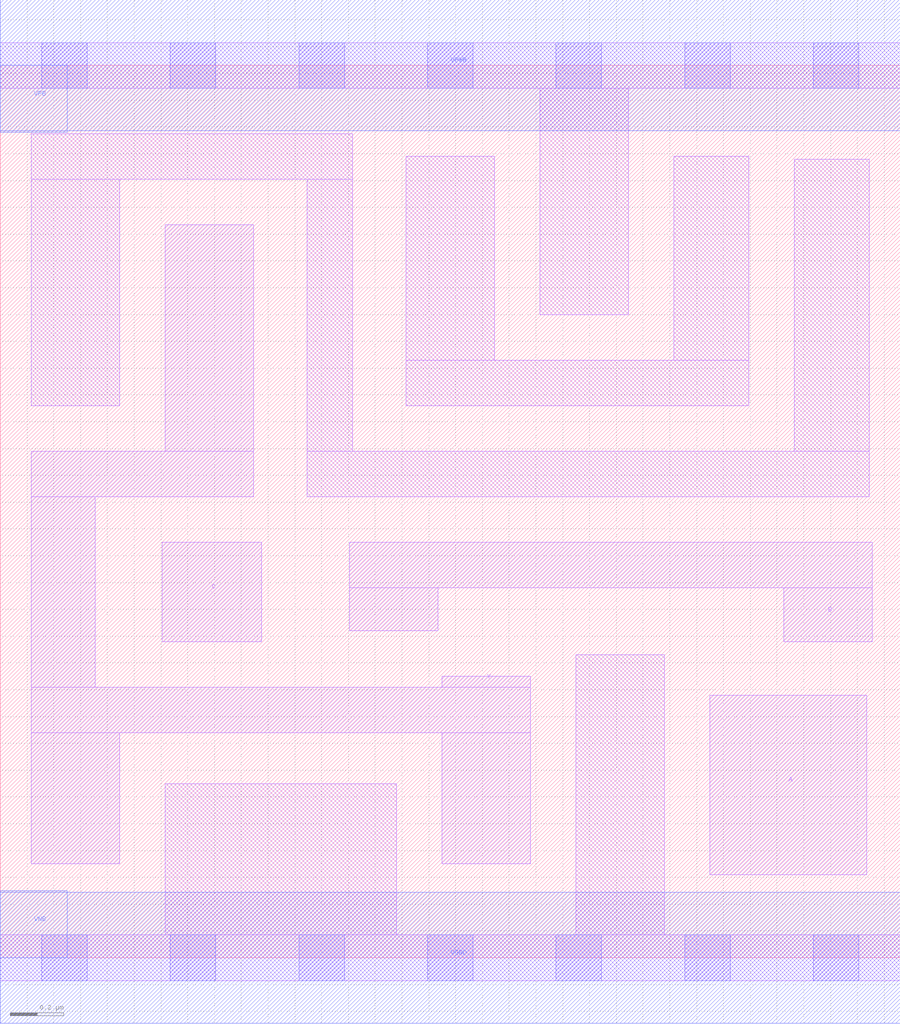
<source format=lef>
# Copyright 2020 The SkyWater PDK Authors
#
# Licensed under the Apache License, Version 2.0 (the "License");
# you may not use this file except in compliance with the License.
# You may obtain a copy of the License at
#
#     https://www.apache.org/licenses/LICENSE-2.0
#
# Unless required by applicable law or agreed to in writing, software
# distributed under the License is distributed on an "AS IS" BASIS,
# WITHOUT WARRANTIES OR CONDITIONS OF ANY KIND, either express or implied.
# See the License for the specific language governing permissions and
# limitations under the License.
#
# SPDX-License-Identifier: Apache-2.0

VERSION 5.5 ;
NAMESCASESENSITIVE ON ;
BUSBITCHARS "[]" ;
DIVIDERCHAR "/" ;
MACRO sky130_fd_sc_ms__nor3_2
  CLASS CORE ;
  SOURCE USER ;
  ORIGIN  0.000000  0.000000 ;
  SIZE  3.360000 BY  3.330000 ;
  SYMMETRY X Y ;
  SITE unit ;
  PIN A
    ANTENNAGATEAREA  0.447000 ;
    DIRECTION INPUT ;
    USE SIGNAL ;
    PORT
      LAYER li1 ;
        RECT 2.650000 0.310000 3.235000 0.980000 ;
    END
  END A
  PIN B
    ANTENNAGATEAREA  0.447000 ;
    DIRECTION INPUT ;
    USE SIGNAL ;
    PORT
      LAYER li1 ;
        RECT 1.305000 1.220000 1.635000 1.380000 ;
        RECT 1.305000 1.380000 3.255000 1.550000 ;
        RECT 2.925000 1.180000 3.255000 1.380000 ;
    END
  END B
  PIN C
    ANTENNAGATEAREA  0.447000 ;
    DIRECTION INPUT ;
    USE SIGNAL ;
    PORT
      LAYER li1 ;
        RECT 0.605000 1.180000 0.975000 1.550000 ;
    END
  END C
  PIN Y
    ANTENNADIFFAREA  0.861900 ;
    DIRECTION OUTPUT ;
    USE SIGNAL ;
    PORT
      LAYER li1 ;
        RECT 0.115000 0.350000 0.445000 0.840000 ;
        RECT 0.115000 0.840000 1.980000 1.010000 ;
        RECT 0.115000 1.010000 0.355000 1.720000 ;
        RECT 0.115000 1.720000 0.945000 1.890000 ;
        RECT 0.615000 1.890000 0.945000 2.735000 ;
        RECT 1.650000 0.350000 1.980000 0.840000 ;
        RECT 1.650000 1.010000 1.980000 1.050000 ;
    END
  END Y
  PIN VGND
    DIRECTION INOUT ;
    USE GROUND ;
    PORT
      LAYER met1 ;
        RECT 0.000000 -0.245000 3.360000 0.245000 ;
    END
  END VGND
  PIN VNB
    DIRECTION INOUT ;
    USE GROUND ;
    PORT
    END
  END VNB
  PIN VPB
    DIRECTION INOUT ;
    USE POWER ;
    PORT
    END
  END VPB
  PIN VNB
    DIRECTION INOUT ;
    USE GROUND ;
    PORT
      LAYER met1 ;
        RECT 0.000000 0.000000 0.250000 0.250000 ;
    END
  END VNB
  PIN VPB
    DIRECTION INOUT ;
    USE POWER ;
    PORT
      LAYER met1 ;
        RECT 0.000000 3.080000 0.250000 3.330000 ;
    END
  END VPB
  PIN VPWR
    DIRECTION INOUT ;
    USE POWER ;
    PORT
      LAYER met1 ;
        RECT 0.000000 3.085000 3.360000 3.575000 ;
    END
  END VPWR
  OBS
    LAYER li1 ;
      RECT 0.000000 -0.085000 3.360000 0.085000 ;
      RECT 0.000000  3.245000 3.360000 3.415000 ;
      RECT 0.115000  2.060000 0.445000 2.905000 ;
      RECT 0.115000  2.905000 1.315000 3.075000 ;
      RECT 0.615000  0.085000 1.480000 0.650000 ;
      RECT 1.145000  1.720000 3.245000 1.890000 ;
      RECT 1.145000  1.890000 1.315000 2.905000 ;
      RECT 1.515000  2.060000 2.795000 2.230000 ;
      RECT 1.515000  2.230000 1.845000 2.990000 ;
      RECT 2.015000  2.400000 2.345000 3.245000 ;
      RECT 2.150000  0.085000 2.480000 1.130000 ;
      RECT 2.515000  2.230000 2.795000 2.990000 ;
      RECT 2.965000  1.890000 3.245000 2.980000 ;
    LAYER mcon ;
      RECT 0.155000 -0.085000 0.325000 0.085000 ;
      RECT 0.155000  3.245000 0.325000 3.415000 ;
      RECT 0.635000 -0.085000 0.805000 0.085000 ;
      RECT 0.635000  3.245000 0.805000 3.415000 ;
      RECT 1.115000 -0.085000 1.285000 0.085000 ;
      RECT 1.115000  3.245000 1.285000 3.415000 ;
      RECT 1.595000 -0.085000 1.765000 0.085000 ;
      RECT 1.595000  3.245000 1.765000 3.415000 ;
      RECT 2.075000 -0.085000 2.245000 0.085000 ;
      RECT 2.075000  3.245000 2.245000 3.415000 ;
      RECT 2.555000 -0.085000 2.725000 0.085000 ;
      RECT 2.555000  3.245000 2.725000 3.415000 ;
      RECT 3.035000 -0.085000 3.205000 0.085000 ;
      RECT 3.035000  3.245000 3.205000 3.415000 ;
  END
END sky130_fd_sc_ms__nor3_2
END LIBRARY

</source>
